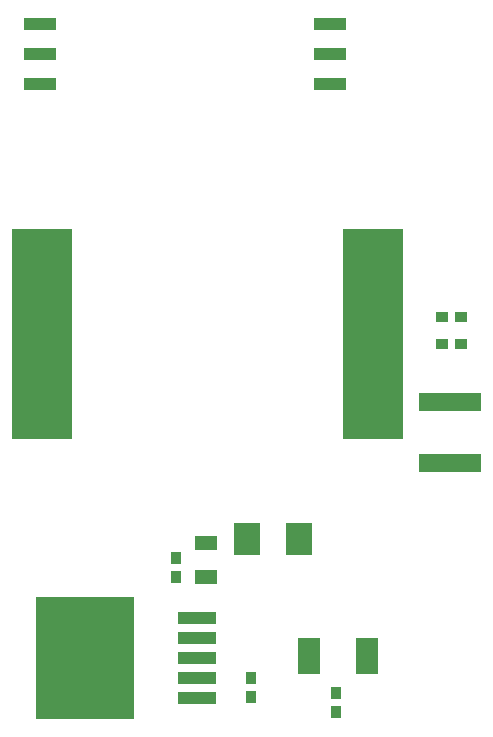
<source format=gbp>
%FSLAX25Y25*%
%MOIN*%
G70*
G01*
G75*
G04 Layer_Color=128*
%ADD10R,0.03937X0.03740*%
%ADD11O,0.06299X0.02362*%
%ADD12O,0.02362X0.06299*%
%ADD13R,0.03150X0.02362*%
%ADD14R,0.08661X0.03937*%
%ADD15R,0.04724X0.03937*%
%ADD16O,0.02362X0.00984*%
%ADD17R,0.04724X0.07874*%
%ADD18R,0.03150X0.03150*%
%ADD19R,0.06300X0.05000*%
%ADD20R,0.05906X0.07480*%
%ADD21O,0.00945X0.02362*%
%ADD22R,0.08465X0.06693*%
%ADD23R,0.03740X0.03937*%
%ADD24R,0.02362X0.05906*%
%ADD25C,0.04500*%
%ADD26C,0.03500*%
%ADD27C,0.02000*%
%ADD28C,0.01000*%
%ADD29C,0.06300*%
%ADD30C,0.04000*%
%ADD31C,0.06500*%
%ADD32C,0.06000*%
%ADD33C,0.02200*%
%ADD34R,0.01732X0.00787*%
%ADD35C,0.06000*%
%ADD36O,0.16929X0.06693*%
%ADD37O,0.05906X0.14961*%
%ADD38O,0.14961X0.05906*%
%ADD39C,0.05906*%
%ADD40R,0.05906X0.05906*%
%ADD41C,0.08700*%
%ADD42C,0.06496*%
%ADD43R,0.06496X0.06496*%
%ADD44R,0.05906X0.05906*%
%ADD45C,0.05000*%
%ADD46C,0.02000*%
%ADD47C,0.01969*%
%ADD48R,0.11024X0.03937*%
%ADD49R,0.07284X0.05118*%
%ADD50R,0.07717X0.12402*%
%ADD51R,0.08500X0.10799*%
%ADD52R,0.20866X0.06299*%
%ADD53R,0.12598X0.04134*%
%ADD54R,0.32677X0.41142*%
%ADD55R,0.20079X0.70079*%
%ADD56C,0.01500*%
%ADD57C,0.00799*%
%ADD58C,0.00984*%
%ADD59C,0.00700*%
%ADD60C,0.00701*%
%ADD61C,0.00787*%
%ADD62C,0.00669*%
%ADD63C,0.00800*%
%ADD64C,0.00600*%
%ADD65R,0.00886X0.03937*%
%ADD66R,0.04000X0.02000*%
%ADD67R,0.02000X0.04000*%
%ADD68R,0.10350X0.01000*%
%ADD69R,0.01000X0.11000*%
%ADD70R,0.04433X0.07043*%
%ADD71R,0.02362X0.02756*%
%ADD72R,0.03839X0.06102*%
%ADD73R,0.00000X0.03150*%
%ADD74R,0.00000X0.00000*%
%ADD75R,0.04337X0.04140*%
%ADD76O,0.06699X0.02762*%
%ADD77O,0.02762X0.06699*%
%ADD78R,0.03550X0.02762*%
%ADD79R,0.09061X0.04337*%
%ADD80R,0.05124X0.04337*%
%ADD81O,0.02762X0.01384*%
%ADD82R,0.05124X0.08274*%
%ADD83R,0.03550X0.03550*%
%ADD84R,0.06700X0.05400*%
%ADD85R,0.06306X0.07880*%
%ADD86O,0.01345X0.02762*%
%ADD87R,0.08865X0.07093*%
%ADD88R,0.04140X0.04337*%
%ADD89R,0.02762X0.06306*%
%ADD90R,0.02132X0.01187*%
%ADD91O,0.17329X0.07093*%
%ADD92O,0.06306X0.15361*%
%ADD93O,0.15361X0.06306*%
%ADD94C,0.06306*%
%ADD95R,0.06306X0.06306*%
%ADD96C,0.09100*%
%ADD97R,0.06306X0.06306*%
%ADD98C,0.05400*%
%ADD99C,0.02369*%
%ADD100C,0.02362*%
%ADD101R,0.11424X0.04337*%
%ADD102R,0.07684X0.05518*%
%ADD103R,0.08117X0.12802*%
%ADD104R,0.08900X0.11199*%
%ADD105R,0.21266X0.06699*%
%ADD106R,0.12998X0.04534*%
%ADD107R,0.33077X0.41542*%
%ADD108R,0.20479X0.70479*%
D10*
X177555Y-199500D02*
D03*
X171256D02*
D03*
X177650Y-208500D02*
D03*
X171350D02*
D03*
D23*
X82500Y-279850D02*
D03*
Y-286150D02*
D03*
X107500Y-319850D02*
D03*
Y-326150D02*
D03*
X136000Y-324850D02*
D03*
Y-331150D02*
D03*
D48*
X133913Y-101646D02*
D03*
Y-111646D02*
D03*
Y-121646D02*
D03*
X37413Y-101646D02*
D03*
Y-111646D02*
D03*
Y-121646D02*
D03*
D49*
X92500Y-274791D02*
D03*
Y-286209D02*
D03*
D50*
X146165Y-312500D02*
D03*
X126835D02*
D03*
D51*
X123701Y-273500D02*
D03*
X106299D02*
D03*
D52*
X174000Y-227764D02*
D03*
Y-248236D02*
D03*
D53*
X89622Y-299614D02*
D03*
Y-306307D02*
D03*
Y-313000D02*
D03*
Y-319693D02*
D03*
Y-326386D02*
D03*
D54*
X52417Y-313000D02*
D03*
D55*
X37893Y-205011D02*
D03*
X148129D02*
D03*
M02*

</source>
